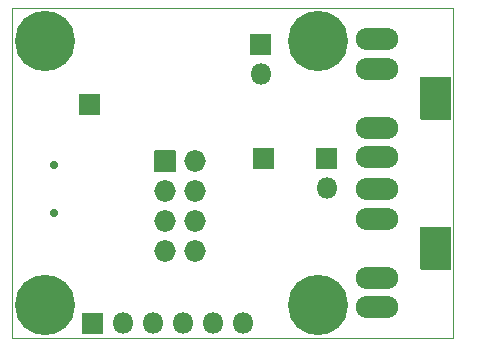
<source format=gbr>
G04 #@! TF.GenerationSoftware,KiCad,Pcbnew,5.1.10-88a1d61d58~88~ubuntu20.04.1*
G04 #@! TF.CreationDate,2021-05-19T20:40:34-06:00*
G04 #@! TF.ProjectId,CurrentSensorV1,43757272-656e-4745-9365-6e736f725631,rev?*
G04 #@! TF.SameCoordinates,Original*
G04 #@! TF.FileFunction,Soldermask,Bot*
G04 #@! TF.FilePolarity,Negative*
%FSLAX46Y46*%
G04 Gerber Fmt 4.6, Leading zero omitted, Abs format (unit mm)*
G04 Created by KiCad (PCBNEW 5.1.10-88a1d61d58~88~ubuntu20.04.1) date 2021-05-19 20:40:34*
%MOMM*%
%LPD*%
G01*
G04 APERTURE LIST*
G04 #@! TA.AperFunction,Profile*
%ADD10C,0.050000*%
G04 #@! TD*
%ADD11O,3.602000X1.852000*%
%ADD12C,5.102000*%
%ADD13O,1.802000X1.802000*%
%ADD14C,0.702000*%
%ADD15O,1.829200X1.829200*%
G04 APERTURE END LIST*
D10*
X132842000Y-64008000D02*
X132842000Y-65278000D01*
X170180000Y-64008000D02*
X132842000Y-64008000D01*
X170180000Y-65278000D02*
X170180000Y-64008000D01*
X132842000Y-91948000D02*
X170180000Y-91948000D01*
X170180000Y-91948000D02*
X170180000Y-65278000D01*
X132842000Y-65278000D02*
X132842000Y-91948000D01*
X132842000Y-64008000D02*
X132842000Y-65278000D01*
X170180000Y-64008000D02*
X132842000Y-64008000D01*
X170180000Y-65278000D02*
X170180000Y-64008000D01*
X132842000Y-91948000D02*
X170180000Y-91948000D01*
X170180000Y-91948000D02*
X170180000Y-65278000D01*
X132842000Y-65278000D02*
X132842000Y-91948000D01*
D11*
G04 #@! TO.C,J3*
X163722000Y-81828000D03*
X163722000Y-86828000D03*
X163722000Y-79328000D03*
X163722000Y-89328000D03*
G36*
G01*
X167478000Y-82527000D02*
X169978000Y-82527000D01*
G75*
G02*
X170029000Y-82578000I0J-51000D01*
G01*
X170029000Y-86078000D01*
G75*
G02*
X169978000Y-86129000I-51000J0D01*
G01*
X167478000Y-86129000D01*
G75*
G02*
X167427000Y-86078000I0J51000D01*
G01*
X167427000Y-82578000D01*
G75*
G02*
X167478000Y-82527000I51000J0D01*
G01*
G37*
G04 #@! TD*
D12*
G04 #@! TO.C,H2*
X158750000Y-66802000D03*
G04 #@! TD*
D13*
G04 #@! TO.C,J2*
X152400000Y-90678000D03*
X149860000Y-90678000D03*
X147320000Y-90678000D03*
X144780000Y-90678000D03*
X142240000Y-90678000D03*
G36*
G01*
X140550000Y-91579000D02*
X138850000Y-91579000D01*
G75*
G02*
X138799000Y-91528000I0J51000D01*
G01*
X138799000Y-89828000D01*
G75*
G02*
X138850000Y-89777000I51000J0D01*
G01*
X140550000Y-89777000D01*
G75*
G02*
X140601000Y-89828000I0J-51000D01*
G01*
X140601000Y-91528000D01*
G75*
G02*
X140550000Y-91579000I-51000J0D01*
G01*
G37*
G04 #@! TD*
D12*
G04 #@! TO.C,H1*
X135636000Y-66802000D03*
G04 #@! TD*
D14*
G04 #@! TO.C,U9*
X136423400Y-81300320D03*
X136423400Y-77302360D03*
G04 #@! TD*
D12*
G04 #@! TO.C,H3*
X158750000Y-89154000D03*
G04 #@! TD*
G04 #@! TO.C,H4*
X135636000Y-89154000D03*
G04 #@! TD*
D13*
G04 #@! TO.C,J6*
X159512000Y-79248000D03*
G36*
G01*
X158611000Y-77558000D02*
X158611000Y-75858000D01*
G75*
G02*
X158662000Y-75807000I51000J0D01*
G01*
X160362000Y-75807000D01*
G75*
G02*
X160413000Y-75858000I0J-51000D01*
G01*
X160413000Y-77558000D01*
G75*
G02*
X160362000Y-77609000I-51000J0D01*
G01*
X158662000Y-77609000D01*
G75*
G02*
X158611000Y-77558000I0J51000D01*
G01*
G37*
G04 #@! TD*
D15*
G04 #@! TO.C,U2*
X148336000Y-84582000D03*
X145796000Y-84582000D03*
X148336000Y-82042000D03*
X145796000Y-82042000D03*
X148336000Y-79502000D03*
X145796000Y-79502000D03*
X148336000Y-76962000D03*
G36*
G01*
X144881400Y-77825600D02*
X144881400Y-76098400D01*
G75*
G02*
X144932400Y-76047400I51000J0D01*
G01*
X146659600Y-76047400D01*
G75*
G02*
X146710600Y-76098400I0J-51000D01*
G01*
X146710600Y-77825600D01*
G75*
G02*
X146659600Y-77876600I-51000J0D01*
G01*
X144932400Y-77876600D01*
G75*
G02*
X144881400Y-77825600I0J51000D01*
G01*
G37*
G04 #@! TD*
G04 #@! TO.C,TP2*
G36*
G01*
X153277000Y-77558000D02*
X153277000Y-75858000D01*
G75*
G02*
X153328000Y-75807000I51000J0D01*
G01*
X155028000Y-75807000D01*
G75*
G02*
X155079000Y-75858000I0J-51000D01*
G01*
X155079000Y-77558000D01*
G75*
G02*
X155028000Y-77609000I-51000J0D01*
G01*
X153328000Y-77609000D01*
G75*
G02*
X153277000Y-77558000I0J51000D01*
G01*
G37*
G04 #@! TD*
D11*
G04 #@! TO.C,J8*
X163722000Y-69128000D03*
X163722000Y-74128000D03*
X163722000Y-66628000D03*
X163722000Y-76628000D03*
G36*
G01*
X167478000Y-69827000D02*
X169978000Y-69827000D01*
G75*
G02*
X170029000Y-69878000I0J-51000D01*
G01*
X170029000Y-73378000D01*
G75*
G02*
X169978000Y-73429000I-51000J0D01*
G01*
X167478000Y-73429000D01*
G75*
G02*
X167427000Y-73378000I0J51000D01*
G01*
X167427000Y-69878000D01*
G75*
G02*
X167478000Y-69827000I51000J0D01*
G01*
G37*
G04 #@! TD*
G04 #@! TO.C,TP1*
G36*
G01*
X138545000Y-72986000D02*
X138545000Y-71286000D01*
G75*
G02*
X138596000Y-71235000I51000J0D01*
G01*
X140296000Y-71235000D01*
G75*
G02*
X140347000Y-71286000I0J-51000D01*
G01*
X140347000Y-72986000D01*
G75*
G02*
X140296000Y-73037000I-51000J0D01*
G01*
X138596000Y-73037000D01*
G75*
G02*
X138545000Y-72986000I0J51000D01*
G01*
G37*
G04 #@! TD*
D13*
G04 #@! TO.C,J7*
X153924000Y-69596000D03*
G36*
G01*
X153023000Y-67906000D02*
X153023000Y-66206000D01*
G75*
G02*
X153074000Y-66155000I51000J0D01*
G01*
X154774000Y-66155000D01*
G75*
G02*
X154825000Y-66206000I0J-51000D01*
G01*
X154825000Y-67906000D01*
G75*
G02*
X154774000Y-67957000I-51000J0D01*
G01*
X153074000Y-67957000D01*
G75*
G02*
X153023000Y-67906000I0J51000D01*
G01*
G37*
G04 #@! TD*
M02*

</source>
